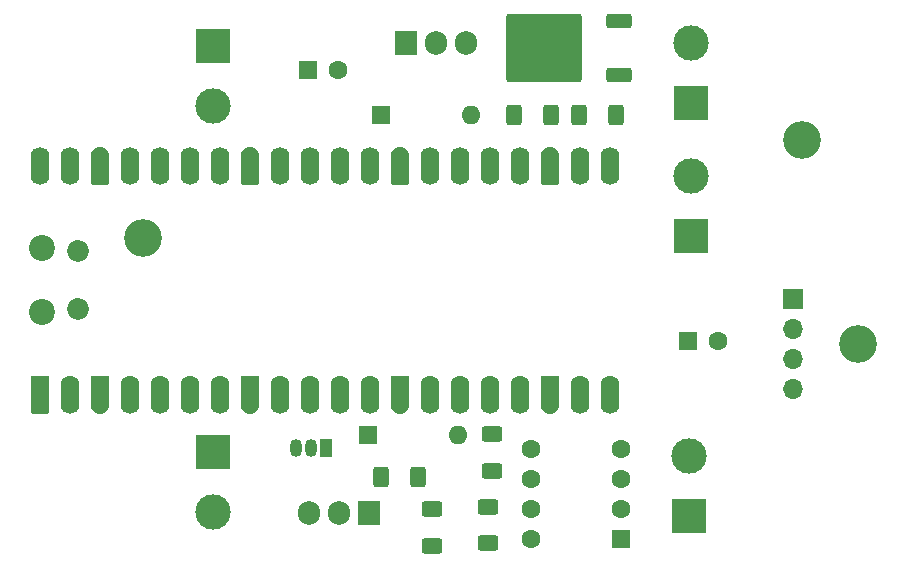
<source format=gbr>
%TF.GenerationSoftware,KiCad,Pcbnew,9.0.0*%
%TF.CreationDate,2025-03-14T14:41:01+01:00*%
%TF.ProjectId,LEDstripDrv2.0,4c454473-7472-4697-9044-7276322e302e,rev?*%
%TF.SameCoordinates,Original*%
%TF.FileFunction,Soldermask,Top*%
%TF.FilePolarity,Negative*%
%FSLAX46Y46*%
G04 Gerber Fmt 4.6, Leading zero omitted, Abs format (unit mm)*
G04 Created by KiCad (PCBNEW 9.0.0) date 2025-03-14 14:41:01*
%MOMM*%
%LPD*%
G01*
G04 APERTURE LIST*
G04 Aperture macros list*
%AMRoundRect*
0 Rectangle with rounded corners*
0 $1 Rounding radius*
0 $2 $3 $4 $5 $6 $7 $8 $9 X,Y pos of 4 corners*
0 Add a 4 corners polygon primitive as box body*
4,1,4,$2,$3,$4,$5,$6,$7,$8,$9,$2,$3,0*
0 Add four circle primitives for the rounded corners*
1,1,$1+$1,$2,$3*
1,1,$1+$1,$4,$5*
1,1,$1+$1,$6,$7*
1,1,$1+$1,$8,$9*
0 Add four rect primitives between the rounded corners*
20,1,$1+$1,$2,$3,$4,$5,0*
20,1,$1+$1,$4,$5,$6,$7,0*
20,1,$1+$1,$6,$7,$8,$9,0*
20,1,$1+$1,$8,$9,$2,$3,0*%
%AMFreePoly0*
4,1,37,0.800000,0.796148,0.878414,0.796148,1.032228,0.765552,1.177117,0.705537,1.307515,0.618408,1.418408,0.507515,1.505537,0.377117,1.565552,0.232228,1.596148,0.078414,1.596148,-0.078414,1.565552,-0.232228,1.505537,-0.377117,1.418408,-0.507515,1.307515,-0.618408,1.177117,-0.705537,1.032228,-0.765552,0.878414,-0.796148,0.800000,-0.796148,0.800000,-0.800000,-1.400000,-0.800000,
-1.403843,-0.796157,-1.439018,-0.796157,-1.511114,-0.766294,-1.566294,-0.711114,-1.596157,-0.639018,-1.596157,-0.603843,-1.600000,-0.600000,-1.600000,0.600000,-1.596157,0.603843,-1.596157,0.639018,-1.566294,0.711114,-1.511114,0.766294,-1.439018,0.796157,-1.403843,0.796157,-1.400000,0.800000,0.800000,0.800000,0.800000,0.796148,0.800000,0.796148,$1*%
%AMFreePoly1*
4,1,37,1.403843,0.796157,1.439018,0.796157,1.511114,0.766294,1.566294,0.711114,1.596157,0.639018,1.596157,0.603843,1.600000,0.600000,1.600000,-0.600000,1.596157,-0.603843,1.596157,-0.639018,1.566294,-0.711114,1.511114,-0.766294,1.439018,-0.796157,1.403843,-0.796157,1.400000,-0.800000,-0.800000,-0.800000,-0.800000,-0.796148,-0.878414,-0.796148,-1.032228,-0.765552,-1.177117,-0.705537,
-1.307515,-0.618408,-1.418408,-0.507515,-1.505537,-0.377117,-1.565552,-0.232228,-1.596148,-0.078414,-1.596148,0.078414,-1.565552,0.232228,-1.505537,0.377117,-1.418408,0.507515,-1.307515,0.618408,-1.177117,0.705537,-1.032228,0.765552,-0.878414,0.796148,-0.800000,0.796148,-0.800000,0.800000,1.400000,0.800000,1.403843,0.796157,1.403843,0.796157,$1*%
%AMFreePoly2*
4,1,37,0.603843,0.796157,0.639018,0.796157,0.711114,0.766294,0.766294,0.711114,0.796157,0.639018,0.796157,0.603843,0.800000,0.600000,0.800000,-0.600000,0.796157,-0.603843,0.796157,-0.639018,0.766294,-0.711114,0.711114,-0.766294,0.639018,-0.796157,0.603843,-0.796157,0.600000,-0.800000,0.000000,-0.800000,0.000000,-0.796148,-0.078414,-0.796148,-0.232228,-0.765552,-0.377117,-0.705537,
-0.507515,-0.618408,-0.618408,-0.507515,-0.705537,-0.377117,-0.765552,-0.232228,-0.796148,-0.078414,-0.796148,0.078414,-0.765552,0.232228,-0.705537,0.377117,-0.618408,0.507515,-0.507515,0.618408,-0.377117,0.705537,-0.232228,0.765552,-0.078414,0.796148,0.000000,0.796148,0.000000,0.800000,0.600000,0.800000,0.603843,0.796157,0.603843,0.796157,$1*%
%AMFreePoly3*
4,1,37,0.000000,0.796148,0.078414,0.796148,0.232228,0.765552,0.377117,0.705537,0.507515,0.618408,0.618408,0.507515,0.705537,0.377117,0.765552,0.232228,0.796148,0.078414,0.796148,-0.078414,0.765552,-0.232228,0.705537,-0.377117,0.618408,-0.507515,0.507515,-0.618408,0.377117,-0.705537,0.232228,-0.765552,0.078414,-0.796148,0.000000,-0.796148,0.000000,-0.800000,-0.600000,-0.800000,
-0.603843,-0.796157,-0.639018,-0.796157,-0.711114,-0.766294,-0.766294,-0.711114,-0.796157,-0.639018,-0.796157,-0.603843,-0.800000,-0.600000,-0.800000,0.600000,-0.796157,0.603843,-0.796157,0.639018,-0.766294,0.711114,-0.711114,0.766294,-0.639018,0.796157,-0.603843,0.796157,-0.600000,0.800000,0.000000,0.800000,0.000000,0.796148,0.000000,0.796148,$1*%
G04 Aperture macros list end*
%ADD10C,3.200000*%
%ADD11R,1.600000X1.600000*%
%ADD12C,1.600000*%
%ADD13R,1.050000X1.500000*%
%ADD14O,1.050000X1.500000*%
%ADD15RoundRect,0.250000X0.400000X0.625000X-0.400000X0.625000X-0.400000X-0.625000X0.400000X-0.625000X0*%
%ADD16O,1.600000X1.600000*%
%ADD17R,1.905000X2.000000*%
%ADD18O,1.905000X2.000000*%
%ADD19R,3.000000X3.000000*%
%ADD20C,3.000000*%
%ADD21RoundRect,0.250000X0.550000X0.550000X-0.550000X0.550000X-0.550000X-0.550000X0.550000X-0.550000X0*%
%ADD22RoundRect,0.250000X-0.625000X0.400000X-0.625000X-0.400000X0.625000X-0.400000X0.625000X0.400000X0*%
%ADD23C,2.200000*%
%ADD24C,1.850000*%
%ADD25FreePoly0,90.000000*%
%ADD26RoundRect,0.200000X0.600000X-0.600000X0.600000X0.600000X-0.600000X0.600000X-0.600000X-0.600000X0*%
%ADD27RoundRect,0.800000X0.000010X-0.800000X0.000010X0.800000X-0.000010X0.800000X-0.000010X-0.800000X0*%
%ADD28FreePoly1,90.000000*%
%ADD29FreePoly2,90.000000*%
%ADD30FreePoly3,90.000000*%
%ADD31R,1.700000X1.700000*%
%ADD32O,1.700000X1.700000*%
%ADD33RoundRect,0.250000X-0.400000X-0.625000X0.400000X-0.625000X0.400000X0.625000X-0.400000X0.625000X0*%
%ADD34RoundRect,0.250000X0.850000X0.350000X-0.850000X0.350000X-0.850000X-0.350000X0.850000X-0.350000X0*%
%ADD35RoundRect,0.249997X2.950003X2.650003X-2.950003X2.650003X-2.950003X-2.650003X2.950003X-2.650003X0*%
G04 APERTURE END LIST*
D10*
%TO.C,REF\u002A\u002A*%
X178600000Y-100900000D03*
%TD*%
%TO.C,REF\u002A\u002A*%
X118100000Y-91900000D03*
%TD*%
%TO.C,REF\u002A\u002A*%
X173900000Y-83600000D03*
%TD*%
D11*
%TO.C,C2*%
X164238606Y-100700000D03*
D12*
X166738606Y-100700000D03*
%TD*%
D13*
%TO.C,U3*%
X133570000Y-109700000D03*
D14*
X132300000Y-109700000D03*
X131030000Y-109700000D03*
%TD*%
D15*
%TO.C,R1*%
X158100000Y-81500000D03*
X155000000Y-81500000D03*
%TD*%
D11*
%TO.C,D3*%
X138190000Y-81500000D03*
D16*
X145810000Y-81500000D03*
%TD*%
D11*
%TO.C,D1*%
X137090000Y-108600000D03*
D16*
X144710000Y-108600000D03*
%TD*%
D17*
%TO.C,Q2*%
X137240000Y-115255000D03*
D18*
X134700000Y-115255000D03*
X132160000Y-115255000D03*
%TD*%
D19*
%TO.C,J4*%
X164300000Y-115440000D03*
D20*
X164300000Y-110360000D03*
%TD*%
D11*
%TO.C,C1*%
X132038606Y-77700000D03*
D12*
X134538606Y-77700000D03*
%TD*%
D21*
%TO.C,U5*%
X158505000Y-117410000D03*
D12*
X158505000Y-114870000D03*
X158505000Y-112330000D03*
X158505000Y-109790000D03*
X150885000Y-109790000D03*
X150885000Y-112330000D03*
X150885000Y-114870000D03*
X150885000Y-117410000D03*
%TD*%
D17*
%TO.C,Q1*%
X140360000Y-75445000D03*
D18*
X142900000Y-75445000D03*
X145440000Y-75445000D03*
%TD*%
D15*
%TO.C,R5*%
X141350000Y-112200000D03*
X138250000Y-112200000D03*
%TD*%
D22*
%TO.C,R3*%
X147300000Y-114700000D03*
X147300000Y-117800000D03*
%TD*%
D23*
%TO.C,A1*%
X109500000Y-98225000D03*
D24*
X112530000Y-97925000D03*
X112530000Y-93075000D03*
D23*
X109500000Y-92775000D03*
D25*
X109370000Y-105190000D03*
D26*
X109370000Y-104390000D03*
D27*
X111910000Y-105190000D03*
D12*
X111910000Y-104390000D03*
D28*
X114450000Y-105190000D03*
D29*
X114450000Y-104390000D03*
D27*
X116990000Y-105190000D03*
D12*
X116990000Y-104390000D03*
D27*
X119530000Y-105190000D03*
D12*
X119530000Y-104390000D03*
D27*
X122070000Y-105190000D03*
D12*
X122070000Y-104390000D03*
D27*
X124610000Y-105190000D03*
D12*
X124610000Y-104390000D03*
D28*
X127150000Y-105190000D03*
D29*
X127150000Y-104390000D03*
D27*
X129690000Y-105190000D03*
D12*
X129690000Y-104390000D03*
D27*
X132230000Y-105190000D03*
D12*
X132230000Y-104390000D03*
D27*
X134770000Y-105190000D03*
D12*
X134770000Y-104390000D03*
D27*
X137310000Y-105190000D03*
D12*
X137310000Y-104390000D03*
D28*
X139850000Y-105190000D03*
D29*
X139850000Y-104390000D03*
D27*
X142390000Y-105190000D03*
D12*
X142390000Y-104390000D03*
D27*
X144930000Y-105190000D03*
D12*
X144930000Y-104390000D03*
D27*
X147470000Y-105190000D03*
D12*
X147470000Y-104390000D03*
D27*
X150010000Y-105190000D03*
D12*
X150010000Y-104390000D03*
D28*
X152550000Y-105190000D03*
D29*
X152550000Y-104390000D03*
D27*
X155090000Y-105190000D03*
D12*
X155090000Y-104390000D03*
D27*
X157630000Y-105190000D03*
D12*
X157630000Y-104390000D03*
X157630000Y-86610000D03*
D27*
X157630000Y-85810000D03*
D12*
X155090000Y-86610000D03*
D27*
X155090000Y-85810000D03*
D30*
X152550000Y-86610000D03*
D25*
X152550000Y-85810000D03*
D12*
X150010000Y-86610000D03*
D27*
X150010000Y-85810000D03*
D12*
X147470000Y-86610000D03*
D27*
X147470000Y-85810000D03*
D12*
X144930000Y-86610000D03*
D27*
X144930000Y-85810000D03*
D12*
X142390000Y-86610000D03*
D27*
X142390000Y-85810000D03*
D30*
X139850000Y-86610000D03*
D25*
X139850000Y-85810000D03*
D12*
X137310000Y-86610000D03*
D27*
X137310000Y-85810000D03*
D12*
X134770000Y-86610000D03*
D27*
X134770000Y-85810000D03*
D12*
X132230000Y-86610000D03*
D27*
X132230000Y-85810000D03*
D12*
X129690000Y-86610000D03*
D27*
X129690000Y-85810000D03*
D30*
X127150000Y-86610000D03*
D25*
X127150000Y-85810000D03*
D12*
X124610000Y-86610000D03*
D27*
X124610000Y-85810000D03*
D12*
X122070000Y-86610000D03*
D27*
X122070000Y-85810000D03*
D12*
X119530000Y-86610000D03*
D27*
X119530000Y-85810000D03*
D12*
X116990000Y-86610000D03*
D27*
X116990000Y-85810000D03*
D30*
X114450000Y-86610000D03*
D25*
X114450000Y-85810000D03*
D12*
X111910000Y-86610000D03*
D27*
X111910000Y-85810000D03*
D12*
X109370000Y-86610000D03*
D27*
X109370000Y-85810000D03*
%TD*%
D31*
%TO.C,J3*%
X173100000Y-97080000D03*
D32*
X173100000Y-99620000D03*
X173100000Y-102160000D03*
X173100000Y-104700000D03*
%TD*%
D19*
%TO.C,J1*%
X124000000Y-75660000D03*
D20*
X124000000Y-80740000D03*
%TD*%
D19*
%TO.C,J5*%
X164500000Y-91740000D03*
D20*
X164500000Y-86660000D03*
%TD*%
D22*
%TO.C,R6*%
X142500000Y-114900000D03*
X142500000Y-118000000D03*
%TD*%
D19*
%TO.C,J6*%
X164500000Y-80540000D03*
D20*
X164500000Y-75460000D03*
%TD*%
D33*
%TO.C,R2*%
X149500000Y-81500000D03*
X152600000Y-81500000D03*
%TD*%
D34*
%TO.C,U4*%
X158325000Y-78105000D03*
D35*
X152025000Y-75825000D03*
D34*
X158325000Y-73545000D03*
%TD*%
D22*
%TO.C,R4*%
X147600000Y-108550000D03*
X147600000Y-111650000D03*
%TD*%
D19*
%TO.C,J2*%
X124000000Y-110060000D03*
D20*
X124000000Y-115140000D03*
%TD*%
M02*

</source>
